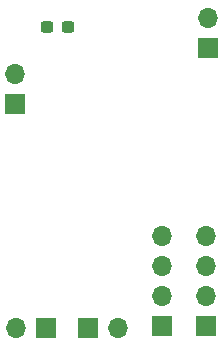
<source format=gbr>
%TF.GenerationSoftware,KiCad,Pcbnew,(6.0.7-1)-1*%
%TF.CreationDate,2022-10-12T15:07:03-04:00*%
%TF.ProjectId,PICO_v1.0,5049434f-5f76-4312-9e30-2e6b69636164,rev?*%
%TF.SameCoordinates,Original*%
%TF.FileFunction,Soldermask,Bot*%
%TF.FilePolarity,Negative*%
%FSLAX46Y46*%
G04 Gerber Fmt 4.6, Leading zero omitted, Abs format (unit mm)*
G04 Created by KiCad (PCBNEW (6.0.7-1)-1) date 2022-10-12 15:07:03*
%MOMM*%
%LPD*%
G01*
G04 APERTURE LIST*
G04 Aperture macros list*
%AMRoundRect*
0 Rectangle with rounded corners*
0 $1 Rounding radius*
0 $2 $3 $4 $5 $6 $7 $8 $9 X,Y pos of 4 corners*
0 Add a 4 corners polygon primitive as box body*
4,1,4,$2,$3,$4,$5,$6,$7,$8,$9,$2,$3,0*
0 Add four circle primitives for the rounded corners*
1,1,$1+$1,$2,$3*
1,1,$1+$1,$4,$5*
1,1,$1+$1,$6,$7*
1,1,$1+$1,$8,$9*
0 Add four rect primitives between the rounded corners*
20,1,$1+$1,$2,$3,$4,$5,0*
20,1,$1+$1,$4,$5,$6,$7,0*
20,1,$1+$1,$6,$7,$8,$9,0*
20,1,$1+$1,$8,$9,$2,$3,0*%
G04 Aperture macros list end*
%ADD10R,1.700000X1.700000*%
%ADD11O,1.700000X1.700000*%
%ADD12RoundRect,0.237500X0.300000X0.237500X-0.300000X0.237500X-0.300000X-0.237500X0.300000X-0.237500X0*%
G04 APERTURE END LIST*
D10*
%TO.C,ADC1*%
X101854000Y-109199600D03*
D11*
X101854000Y-106659600D03*
%TD*%
D10*
%TO.C,Data1*%
X108046600Y-128143000D03*
D11*
X110586600Y-128143000D03*
%TD*%
D10*
%TO.C,E2*%
X118008400Y-127980600D03*
D11*
X118008400Y-125440600D03*
X118008400Y-122900600D03*
X118008400Y-120360600D03*
%TD*%
D10*
%TO.C,I2c1*%
X118135400Y-104444800D03*
D11*
X118135400Y-101904800D03*
%TD*%
D10*
%TO.C,PS1*%
X104424400Y-128143000D03*
D11*
X101884400Y-128143000D03*
%TD*%
D10*
%TO.C,E1*%
X114274600Y-127980600D03*
D11*
X114274600Y-125440600D03*
X114274600Y-122900600D03*
X114274600Y-120360600D03*
%TD*%
D12*
%TO.C,C19*%
X106297900Y-102666800D03*
X104572900Y-102666800D03*
%TD*%
M02*

</source>
